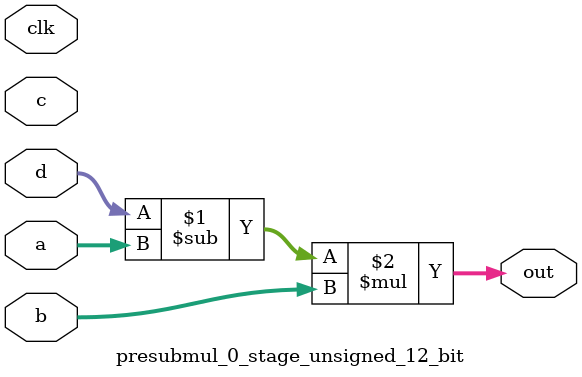
<source format=sv>
(* use_dsp = "yes" *) module presubmul_0_stage_unsigned_12_bit(
	input  [11:0] a,
	input  [11:0] b,
	input  [11:0] c,
	input  [11:0] d,
	output [11:0] out,
	input clk);

	assign out = (d - a) * b;
endmodule

</source>
